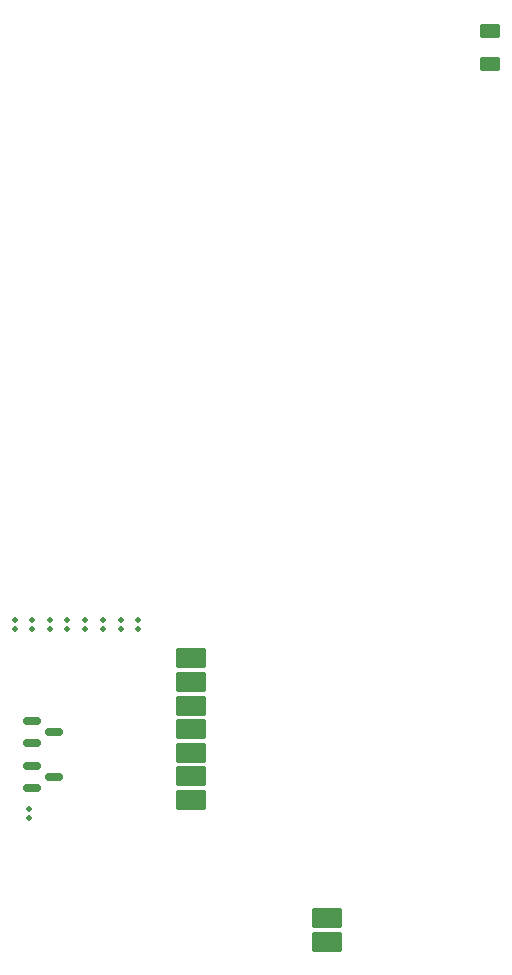
<source format=gbr>
%TF.GenerationSoftware,KiCad,Pcbnew,(6.0.4)*%
%TF.CreationDate,2022-11-14T15:22:01+01:00*%
%TF.ProjectId,tp1,7470312e-6b69-4636-9164-5f7063625858,rev?*%
%TF.SameCoordinates,Original*%
%TF.FileFunction,Paste,Top*%
%TF.FilePolarity,Positive*%
%FSLAX46Y46*%
G04 Gerber Fmt 4.6, Leading zero omitted, Abs format (unit mm)*
G04 Created by KiCad (PCBNEW (6.0.4)) date 2022-11-14 15:22:01*
%MOMM*%
%LPD*%
G01*
G04 APERTURE LIST*
G04 Aperture macros list*
%AMRoundRect*
0 Rectangle with rounded corners*
0 $1 Rounding radius*
0 $2 $3 $4 $5 $6 $7 $8 $9 X,Y pos of 4 corners*
0 Add a 4 corners polygon primitive as box body*
4,1,4,$2,$3,$4,$5,$6,$7,$8,$9,$2,$3,0*
0 Add four circle primitives for the rounded corners*
1,1,$1+$1,$2,$3*
1,1,$1+$1,$4,$5*
1,1,$1+$1,$6,$7*
1,1,$1+$1,$8,$9*
0 Add four rect primitives between the rounded corners*
20,1,$1+$1,$2,$3,$4,$5,0*
20,1,$1+$1,$4,$5,$6,$7,0*
20,1,$1+$1,$6,$7,$8,$9,0*
20,1,$1+$1,$8,$9,$2,$3,0*%
G04 Aperture macros list end*
%ADD10RoundRect,0.250000X-0.625000X0.375000X-0.625000X-0.375000X0.625000X-0.375000X0.625000X0.375000X0*%
%ADD11RoundRect,0.112500X0.112500X-0.112500X0.112500X0.112500X-0.112500X0.112500X-0.112500X-0.112500X0*%
%ADD12RoundRect,0.150000X-0.587500X-0.150000X0.587500X-0.150000X0.587500X0.150000X-0.587500X0.150000X0*%
%ADD13RoundRect,0.112500X-0.112500X0.112500X-0.112500X-0.112500X0.112500X-0.112500X0.112500X0.112500X0*%
%ADD14RoundRect,0.170000X1.130000X0.680000X-1.130000X0.680000X-1.130000X-0.680000X1.130000X-0.680000X0*%
%ADD15RoundRect,0.170000X-1.130000X-0.680000X1.130000X-0.680000X1.130000X0.680000X-1.130000X0.680000X0*%
G04 APERTURE END LIST*
D10*
%TO.C,F1*%
X159500000Y-55100000D03*
X159500000Y-57900000D03*
%TD*%
D11*
%TO.C,R12*%
X123750000Y-105800000D03*
X123750000Y-105000000D03*
%TD*%
%TO.C,R14*%
X126750000Y-105800000D03*
X126750000Y-105000000D03*
%TD*%
%TO.C,R11*%
X122250000Y-105800000D03*
X122250000Y-105000000D03*
%TD*%
%TO.C,R13*%
X125250000Y-105800000D03*
X125250000Y-105000000D03*
%TD*%
D12*
%TO.C,Q1*%
X120762500Y-113540000D03*
X120762500Y-115440000D03*
X122637500Y-114490000D03*
%TD*%
D13*
%TO.C,R8*%
X120500000Y-121000000D03*
X120500000Y-121800000D03*
%TD*%
D12*
%TO.C,Q2*%
X120762500Y-117350000D03*
X120762500Y-119250000D03*
X122637500Y-118300000D03*
%TD*%
D14*
%TO.C,J4*%
X134250000Y-120250000D03*
X134250000Y-118250000D03*
X134250000Y-116250000D03*
X134250000Y-114250000D03*
X134250000Y-112250000D03*
X134250000Y-110250000D03*
X134250000Y-108250000D03*
%TD*%
D15*
%TO.C,J3*%
X145750000Y-130250000D03*
X145750000Y-132250000D03*
%TD*%
D11*
%TO.C,R16*%
X129750000Y-105800000D03*
X129750000Y-105000000D03*
%TD*%
D13*
%TO.C,R17*%
X120750000Y-105000000D03*
X120750000Y-105800000D03*
%TD*%
D11*
%TO.C,R15*%
X128250000Y-105800000D03*
X128250000Y-105000000D03*
%TD*%
D13*
%TO.C,R7*%
X119300000Y-105000000D03*
X119300000Y-105800000D03*
%TD*%
M02*

</source>
